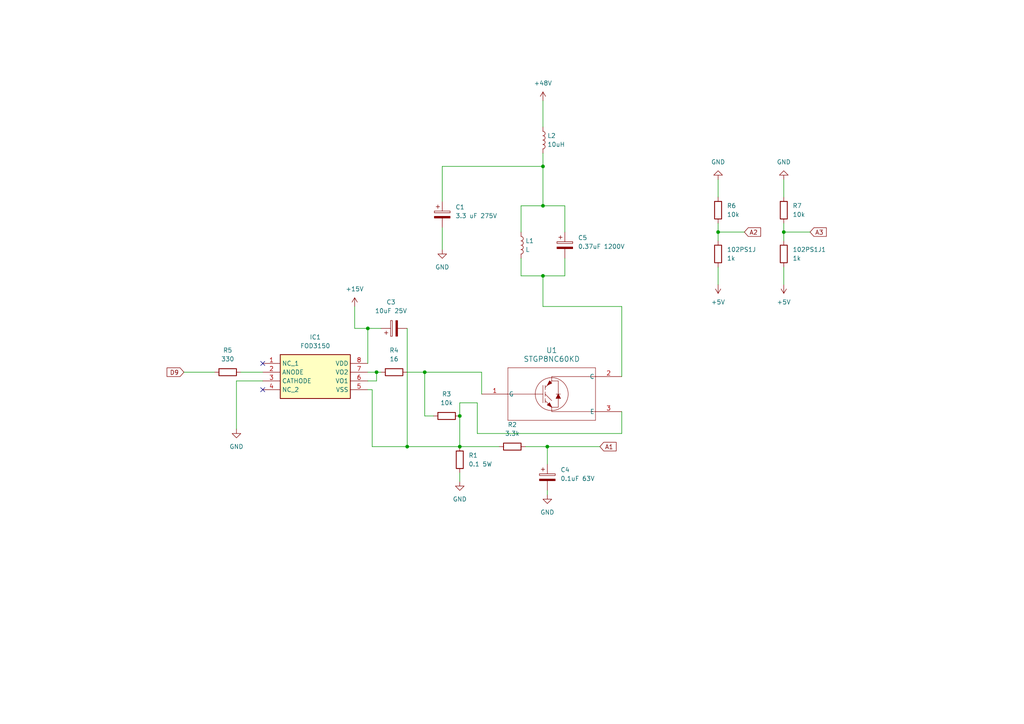
<source format=kicad_sch>
(kicad_sch (version 20230121) (generator eeschema)
  (paper "A4")
  (lib_symbols
    (symbol "Device:C_Polarized" (pin_numbers hide) (pin_names (offset 0.254))
      (property "Reference" "C" (at 0.635 2.54 0))
      (property "Value" "C_Polarized" (at 0.635 -2.54 0))
      (symbol "C_Polarized_0_1"
        (rectangle (start -2.286 0.508) (end 2.286 1.016))
        (polyline (pts (xy -1.778 2.286) (xy -0.762 2.286)))
        (polyline (pts (xy -1.27 2.794) (xy -1.27 1.778)))
        (rectangle (start 2.286 -0.508) (end -2.286 -1.016) (fill (type outline)))
      )
      (symbol "C_Polarized_1_1"
        (pin passive line (at 0 3.81 270) (length 2.794) (name "~") (number "1"))
        (pin passive line (at 0 -3.81 90) (length 2.794) (name "~") (number "2"))
      )
    )
    (symbol "Device:L" (pin_numbers hide) (pin_names (offset 1.016) hide)
      (property "Reference" "L" (at -1.27 0 90))
      (property "Value" "L" (at 1.905 0 90))
      (symbol "L_0_1"
        (arc (start 0 -2.54) (mid 0.6323 -1.905) (end 0 -1.27))
        (arc (start 0 -1.27) (mid 0.6323 -0.635) (end 0 0))
        (arc (start 0 0) (mid 0.6323 0.635) (end 0 1.27))
        (arc (start 0 1.27) (mid 0.6323 1.905) (end 0 2.54))
      )
      (symbol "L_1_1"
        (pin passive line (at 0 3.81 270) (length 1.27) (name "1") (number "1"))
        (pin passive line (at 0 -3.81 90) (length 1.27) (name "2") (number "2"))
      )
    )
    (symbol "Device:R" (pin_numbers hide) (pin_names (offset 0))
      (property "Reference" "R" (at 2.032 0 90))
      (property "Value" "R" (at 0 0 90))
      (symbol "R_0_1"
        (rectangle (start -1.016 -2.54) (end 1.016 2.54) (stroke (width 0.254)))
      )
      (symbol "R_1_1"
        (pin passive line (at 0 3.81 270) (length 1.27) (name "~") (number "1"))
        (pin passive line (at 0 -3.81 90) (length 1.27) (name "~") (number "2"))
      )
    )
    (symbol "FOD3150:FOD3150"
      (property "Reference" "IC" (at 26.67 7.62 0))
      (property "Value" "FOD3150" (at 26.67 5.08 0))
      (symbol "FOD3150_1_1"
        (rectangle (start 5.08 2.54) (end 25.4 -10.16) (stroke (width 0.254)) (fill (type background)))
        (pin passive line (at 0 0 0) (length 5.08) (name "NC_1") (number "1"))
        (pin passive line (at 0 -2.54 0) (length 5.08) (name "ANODE") (number "2"))
        (pin passive line (at 0 -5.08 0) (length 5.08) (name "CATHODE") (number "3"))
        (pin passive line (at 0 -7.62 0) (length 5.08) (name "NC_2") (number "4"))
        (pin passive line (at 30.48 -7.62 180) (length 5.08) (name "VSS") (number "5"))
        (pin passive line (at 30.48 -5.08 180) (length 5.08) (name "VO1") (number "6"))
        (pin passive line (at 30.48 -2.54 180) (length 5.08) (name "VO2") (number "7"))
        (pin passive line (at 30.48 0 180) (length 5.08) (name "VDD") (number "8"))
      )
    )
    (symbol "STGP8NC60KD:STGP8NC60KD" (pin_names (offset 0.254))
      (property "Reference" "U" (at 20.32 12.7 0))
      (property "Value" "STGP8NC60KD" (at 20.32 10.16 0))
      (symbol "STGP8NC60KD_0_1"
        (polyline (pts (xy 7.62 -7.62) (xy 33.02 -7.62)) (stroke (width 0.127)))
        (polyline (pts (xy 7.62 0) (xy 17.78 0)) (stroke (width 0.127)))
        (polyline (pts (xy 7.62 7.62) (xy 7.62 -7.62)) (stroke (width 0.127)))
        (polyline (pts (xy 17.78 2.54) (xy 17.78 -2.54)) (stroke (width 0.127)))
        (polyline (pts (xy 18.415 -1.905) (xy 20.32 -3.81)) (stroke (width 0.127)))
        (polyline (pts (xy 18.415 -1.27) (xy 18.415 -2.54)) (stroke (width 0.127)))
        (polyline (pts (xy 18.415 0) (xy 20.32 -1.905)) (stroke (width 0.127)))
        (polyline (pts (xy 18.415 0.635) (xy 18.415 -0.635)) (stroke (width 0.127)))
        (polyline (pts (xy 18.415 1.905) (xy 20.32 3.81)) (stroke (width 0.127)))
        (polyline (pts (xy 18.415 2.54) (xy 18.415 1.27)) (stroke (width 0.127)))
        (polyline (pts (xy 19.05 -3.175) (xy 20.32 -3.81)) (stroke (width 0.127)))
        (polyline (pts (xy 19.05 2.54) (xy 19.685 3.81)) (stroke (width 0.127)))
        (polyline (pts (xy 19.685 -2.54) (xy 19.05 -3.175)) (stroke (width 0.127)))
        (polyline (pts (xy 19.685 3.81) (xy 20.32 3.175)) (stroke (width 0.127)))
        (polyline (pts (xy 20.32 -5.08) (xy 33.02 -5.08)) (stroke (width 0.127)))
        (polyline (pts (xy 20.32 -3.81) (xy 19.685 -2.54)) (stroke (width 0.127)))
        (polyline (pts (xy 20.32 -3.81) (xy 20.32 -5.08)) (stroke (width 0.127)))
        (polyline (pts (xy 20.32 -3.81) (xy 22.225 -3.81)) (stroke (width 0.127)))
        (polyline (pts (xy 20.32 3.175) (xy 19.05 2.54)) (stroke (width 0.127)))
        (polyline (pts (xy 20.32 3.81) (xy 20.32 5.08)) (stroke (width 0.127)))
        (polyline (pts (xy 20.32 3.81) (xy 22.225 3.81)) (stroke (width 0.127)))
        (polyline (pts (xy 20.32 5.08) (xy 33.02 5.08)) (stroke (width 0.127)))
        (polyline (pts (xy 21.59 -1.27) (xy 22.225 0)) (stroke (width 0.127)))
        (polyline (pts (xy 21.59 -1.27) (xy 22.86 -1.27)) (stroke (width 0.127)))
        (polyline (pts (xy 21.59 0) (xy 22.86 0)) (stroke (width 0.127)))
        (polyline (pts (xy 22.225 0) (xy 22.86 -1.27)) (stroke (width 0.127)))
        (polyline (pts (xy 22.225 3.81) (xy 22.225 -3.81)) (stroke (width 0.127)))
        (polyline (pts (xy 33.02 -7.62) (xy 33.02 7.62)) (stroke (width 0.127)))
        (polyline (pts (xy 33.02 7.62) (xy 7.62 7.62)) (stroke (width 0.127)))
        (polyline (pts (xy 19.05 -3.175) (xy 19.685 -2.54) (xy 20.32 -3.81)) (fill (type outline)))
        (polyline (pts (xy 19.05 2.54) (xy 19.685 3.81) (xy 20.32 3.175)) (fill (type outline)))
        (polyline (pts (xy 21.59 -1.27) (xy 22.225 0) (xy 22.86 -1.27)) (fill (type outline)))
        (circle (center 20.32 0) (radius 4.7752) (stroke (width 0.127)))
        (pin unspecified line (at 0 0 0) (length 7.62) (name "G") (number "1"))
        (pin unspecified line (at 40.64 5.08 180) (length 7.62) (name "C") (number "2"))
        (pin unspecified line (at 40.64 -5.08 180) (length 7.62) (name "E") (number "3"))
      )
    )
    (symbol "power:+15V" (power) (pin_names (offset 0))
      (property "Value" "+15V" (at 0 3.556 0))
      (symbol "+15V_0_1"
        (polyline (pts (xy -0.762 1.27) (xy 0 2.54)))
        (polyline (pts (xy 0 0) (xy 0 2.54)))
        (polyline (pts (xy 0 2.54) (xy 0.762 1.27)))
      )
      (symbol "+15V_1_1"
        (pin power_in line (at 0 0 90) (length 0) hide (name "+15V") (number "1"))
      )
    )
    (symbol "power:+48V" (power) (pin_names (offset 0))
      (property "Value" "+48V" (at 0 3.556 0))
      (symbol "+48V_0_1"
        (polyline (pts (xy -0.762 1.27) (xy 0 2.54)))
        (polyline (pts (xy 0 0) (xy 0 2.54)))
        (polyline (pts (xy 0 2.54) (xy 0.762 1.27)))
      )
      (symbol "+48V_1_1"
        (pin power_in line (at 0 0 90) (length 0) hide (name "+48V") (number "1"))
      )
    )
    (symbol "power:+5V" (power) (pin_names (offset 0))
      (property "Value" "+5V" (at 0 3.556 0))
      (symbol "+5V_0_1"
        (polyline (pts (xy -0.762 1.27) (xy 0 2.54)))
        (polyline (pts (xy 0 0) (xy 0 2.54)))
        (polyline (pts (xy 0 2.54) (xy 0.762 1.27)))
      )
      (symbol "+5V_1_1"
        (pin power_in line (at 0 0 90) (length 0) hide (name "+5V") (number "1"))
      )
    )
    (symbol "power:GND" (power) (pin_names (offset 0))
      (property "Value" "GND" (at 0 -3.81 0))
      (symbol "GND_0_1"
        (polyline (pts (xy 0 0) (xy 0 -1.27) (xy 1.27 -1.27) (xy 0 -2.54) (xy -1.27 -1.27) (xy 0 -1.27)))
      )
      (symbol "GND_1_1"
        (pin power_in line (at 0 0 270) (length 0) hide (name "GND") (number "1"))
      )
    )
  )
  (junction (at 157.48 59.69))
  (junction (at 123.19 107.95))
  (junction (at 227.33 67.31))
  (junction (at 157.48 48.26))
  (junction (at 133.35 120.65))
  (junction (at 118.11 129.54))
  (junction (at 157.48 80.01))
  (junction (at 158.75 129.54))
  (junction (at 133.35 129.54))
  (junction (at 106.68 95.25))
  (junction (at 208.28 67.31))
  (junction (at 109.22 107.95))
  (no_connect (at 76.2 113.03))
  (no_connect (at 76.2 105.41))
  (wire (pts (xy 157.48 88.9) (xy 180.34 88.9)))
  (wire (pts (xy 118.11 107.95) (xy 123.19 107.95)))
  (wire (pts (xy 180.34 88.9) (xy 180.34 109.22)))
  (wire (pts (xy 151.13 80.01) (xy 157.48 80.01)))
  (wire (pts (xy 133.35 129.54) (xy 144.78 129.54)))
  (wire (pts (xy 133.35 120.65) (xy 133.35 129.54)))
  (wire (pts (xy 151.13 74.93) (xy 151.13 80.01)))
  (wire (pts (xy 180.34 125.73) (xy 138.43 125.73)))
  (wire (pts (xy 107.95 129.54) (xy 118.11 129.54)))
  (wire (pts (xy 157.48 48.26) (xy 157.48 59.69)))
  (wire (pts (xy 118.11 129.54) (xy 133.35 129.54)))
  (wire (pts (xy 157.48 48.26) (xy 128.27 48.26)))
  (wire (pts (xy 208.28 52.07) (xy 208.28 57.15)))
  (wire (pts (xy 69.85 107.95) (xy 76.2 107.95)))
  (wire (pts (xy 158.75 129.54) (xy 173.99 129.54)))
  (wire (pts (xy 180.34 119.38) (xy 180.34 125.73)))
  (wire (pts (xy 107.95 129.54) (xy 107.95 113.03)))
  (wire (pts (xy 158.75 129.54) (xy 158.75 134.62)))
  (wire (pts (xy 123.19 120.65) (xy 125.73 120.65)))
  (wire (pts (xy 208.28 67.31) (xy 215.9 67.31)))
  (wire (pts (xy 133.35 137.16) (xy 133.35 139.7)))
  (wire (pts (xy 157.48 44.45) (xy 157.48 48.26)))
  (wire (pts (xy 152.4 129.54) (xy 158.75 129.54)))
  (wire (pts (xy 68.58 110.49) (xy 68.58 124.46)))
  (wire (pts (xy 227.33 52.07) (xy 227.33 57.15)))
  (wire (pts (xy 227.33 77.47) (xy 227.33 82.55)))
  (wire (pts (xy 157.48 29.21) (xy 157.48 36.83)))
  (wire (pts (xy 151.13 67.31) (xy 151.13 59.69)))
  (wire (pts (xy 102.87 95.25) (xy 106.68 95.25)))
  (wire (pts (xy 157.48 80.01) (xy 163.83 80.01)))
  (wire (pts (xy 109.22 107.95) (xy 110.49 107.95)))
  (wire (pts (xy 53.34 107.95) (xy 62.23 107.95)))
  (wire (pts (xy 163.83 59.69) (xy 163.83 67.31)))
  (wire (pts (xy 102.87 88.9) (xy 102.87 95.25)))
  (wire (pts (xy 128.27 66.04) (xy 128.27 72.39)))
  (wire (pts (xy 157.48 80.01) (xy 157.48 88.9)))
  (wire (pts (xy 76.2 110.49) (xy 68.58 110.49)))
  (wire (pts (xy 138.43 125.73) (xy 138.43 116.84)))
  (wire (pts (xy 157.48 59.69) (xy 163.83 59.69)))
  (wire (pts (xy 138.43 116.84) (xy 133.35 116.84)))
  (wire (pts (xy 109.22 110.49) (xy 109.22 107.95)))
  (wire (pts (xy 123.19 107.95) (xy 139.7 107.95)))
  (wire (pts (xy 208.28 64.77) (xy 208.28 67.31)))
  (wire (pts (xy 227.33 67.31) (xy 227.33 69.85)))
  (wire (pts (xy 151.13 59.69) (xy 157.48 59.69)))
  (wire (pts (xy 227.33 64.77) (xy 227.33 67.31)))
  (wire (pts (xy 163.83 74.93) (xy 163.83 80.01)))
  (wire (pts (xy 107.95 113.03) (xy 106.68 113.03)))
  (wire (pts (xy 227.33 67.31) (xy 234.95 67.31)))
  (wire (pts (xy 106.68 110.49) (xy 109.22 110.49)))
  (wire (pts (xy 133.35 116.84) (xy 133.35 120.65)))
  (wire (pts (xy 123.19 107.95) (xy 123.19 120.65)))
  (wire (pts (xy 128.27 48.26) (xy 128.27 58.42)))
  (wire (pts (xy 208.28 77.47) (xy 208.28 82.55)))
  (wire (pts (xy 106.68 95.25) (xy 106.68 105.41)))
  (wire (pts (xy 208.28 67.31) (xy 208.28 69.85)))
  (wire (pts (xy 158.75 142.24) (xy 158.75 143.51)))
  (wire (pts (xy 118.11 95.25) (xy 118.11 129.54)))
  (wire (pts (xy 106.68 107.95) (xy 109.22 107.95)))
  (wire (pts (xy 139.7 107.95) (xy 139.7 114.3)))
  (wire (pts (xy 110.49 95.25) (xy 106.68 95.25)))
  (global_label "A3" (shape input) (at 234.95 67.31 0) (property "Intersheetrefs" "${INTERSHEET_REFS}" (effects hide)))
  (global_label "A1" (shape input) (at 173.99 129.54 0) (property "Intersheetrefs" "${INTERSHEET_REFS}" (effects hide)))
  (global_label "D9" (shape input) (at 53.34 107.95 180) (property "Intersheetrefs" "${INTERSHEET_REFS}" (effects hide)))
  (global_label "A2" (shape input) (at 215.9 67.31 0) (property "Intersheetrefs" "${INTERSHEET_REFS}" (effects hide)))
  (symbol (lib_id "power:GND") (at 208.28 52.07 180) (unit 1)
    (property "Reference" "#PWR07" (effects hide))
    (property "Value" "GND" (at 208.28 46.99 0))
  )
  (symbol (lib_id "power:+15V") (at 102.87 88.9 0) (unit 1)
    (property "Reference" "#PWR05" (effects hide))
    (property "Value" "+15V" (at 102.87 83.82 0))
    (instances (project "Induction Heating" (path "" (reference "#PWR05") (unit 1))) (project "Fufupot" (path "" (reference "#PWR02") (unit 1))))
  )
  (symbol (lib_id "power:+48V") (at 157.48 29.21 0) (unit 1)
    (property "Reference" "#PWR06" (effects hide))
    (property "Value" "+48V" (at 157.48 24.13 0))
    (instances (project "Induction Heating" (path "" (reference "#PWR06") (unit 1))) (project "Fufupot" (path "" (reference "#PWR05") (unit 1))))
  )
  (symbol (lib_id "Device:R") (at 66.04 107.95 90) (unit 1)
    (property "Reference" "R5" (at 66.04 101.6 90))
    (property "Value" "330" (at 66.04 104.14 90))
    (instances (project "Induction Heating" (path "" (reference "R5") (unit 1))) (project "Fufupot" (path "" (reference "R1") (unit 1))))
  )
  (symbol (lib_id "power:GND") (at 158.75 143.51 0) (unit 1)
    (property "Reference" "#PWR04" (effects hide))
    (property "Value" "GND" (at 158.75 148.59 0))
    (instances (project "Induction Heating" (path "" (reference "#PWR04") (unit 1))) (project "Fufupot" (path "" (reference "#PWR06") (unit 1))))
  )
  (symbol (lib_id "Device:C_Polarized") (at 163.83 71.12 0) (unit 1)
    (property "Reference" "C5" (at 167.64 68.961 0) (effects (justify left)))
    (property "Value" "0.37uF 1200V" (at 167.64 71.501 0) (effects (justify left)))
    (instances (project "Induction Heating" (path "" (reference "C5") (unit 1))) (project "Fufupot" (path "" (reference "C4") (unit 1))))
  )
  (symbol (lib_id "FOD3150:FOD3150") (at 76.2 105.41 0) (unit 1)
    (property "Reference" "IC1" (at 91.44 97.79 0))
    (property "Value" "FOD3150" (at 91.44 100.33 0))
    (property "Footprint" "DIP762W56P254L966H508Q8N" (effects hide))
    (property "Datasheet" "https://datasheet.datasheetarchive.com/originals/distributors/Datasheets_SAMA/df8c1664fa11840ec16e91484b8656a2.pdf" (effects hide))
    (property "Height" "5.08" (effects hide))
    (property "Manufacturer_Name" "onsemi" (effects hide))
    (property "Manufacturer_Part_Number" "FOD3150" (effects hide))
    (property "Mouser Part Number" "512-FOD3150" (effects hide))
    (property "Mouser Price/Stock" "https://www.mouser.co.uk/ProductDetail/ON-Semiconductor-Fairchild/FOD3150?qs=0mlrQ0IOoOjtySUxC2xtxw%3D%3D" (effects hide))
    (property "Arrow Part Number" "FOD3150" (effects hide))
    (property "Arrow Price/Stock" "https://www.arrow.com/en/products/fod3150/on-semiconductor?region=nac" (effects hide))
  )
  (symbol (lib_id "power:GND") (at 128.27 72.39 0) (unit 1)
    (property "Reference" "#PWR01" (effects hide))
    (property "Value" "GND" (at 128.27 77.47 0))
    (instances (project "Induction Heating" (path "" (reference "#PWR01") (unit 1))) (project "Fufupot" (path "" (reference "#PWR03") (unit 1))))
  )
  (symbol (lib_id "Device:C_Polarized") (at 128.27 62.23 0) (unit 1)
    (property "Reference" "C1" (at 132.08 60.071 0) (effects (justify left)))
    (property "Value" "3.3 uF 275V" (at 132.08 62.611 0) (effects (justify left)))
    (instances (project "Induction Heating" (path "" (reference "C1") (unit 1))) (project "Fufupot" (path "" (reference "C2") (unit 1))))
  )
  (symbol (lib_id "Device:R") (at 133.35 133.35 0) (unit 1)
    (property "Reference" "R1" (at 135.89 132.08 0) (effects (justify left)))
    (property "Value" "0.1 5W" (at 135.89 134.62 0) (effects (justify left)))
    (instances (project "Induction Heating" (path "" (reference "R1") (unit 1))) (project "Fufupot" (path "" (reference "R4") (unit 1))))
  )
  (symbol (lib_id "Device:R") (at 227.33 60.96 0) (unit 1)
    (property "Reference" "R7" (at 229.87 59.69 0) (effects (justify left)))
    (property "Value" "10k" (at 229.87 62.23 0) (effects (justify left)))
  )
  (symbol (lib_id "power:+5V") (at 227.33 82.55 180) (unit 1)
    (property "Reference" "#PWR010" (effects hide))
    (property "Value" "+5V" (at 227.33 87.63 0))
  )
  (symbol (lib_id "Device:R") (at 114.3 107.95 90) (unit 1)
    (property "Reference" "R4" (at 114.3 101.6 90))
    (property "Value" "16" (at 114.3 104.14 90))
    (instances (project "Induction Heating" (path "" (reference "R4") (unit 1))) (project "Fufupot" (path "" (reference "R2") (unit 1))))
  )
  (symbol (lib_id "Device:R") (at 148.59 129.54 90) (unit 1)
    (property "Reference" "R2" (at 148.59 123.19 90))
    (property "Value" "3.3k" (at 148.59 125.73 90))
    (instances (project "Induction Heating" (path "" (reference "R2") (unit 1))) (project "Fufupot" (path "" (reference "R5") (unit 1))))
  )
  (symbol (lib_id "Device:R") (at 208.28 60.96 0) (unit 1)
    (property "Reference" "R6" (at 210.82 59.69 0) (effects (justify left)))
    (property "Value" "10k" (at 210.82 62.23 0) (effects (justify left)))
  )
  (symbol (lib_id "Device:L") (at 157.48 40.64 0) (unit 1)
    (property "Reference" "L2" (at 158.75 39.37 0) (effects (justify left)))
    (property "Value" "10uH" (at 158.75 41.91 0) (effects (justify left)))
  )
  (symbol (lib_id "power:GND") (at 68.58 124.46 0) (unit 1)
    (property "Reference" "#PWR02" (effects hide))
    (property "Value" "GND" (at 68.58 129.54 0))
    (instances (project "Induction Heating" (path "" (reference "#PWR02") (unit 1))) (project "Fufupot" (path "" (reference "#PWR01") (unit 1))))
  )
  (symbol (lib_id "Device:C_Polarized") (at 158.75 138.43 0) (unit 1)
    (property "Reference" "C4" (at 162.56 136.271 0) (effects (justify left)))
    (property "Value" "0.1uF 63V" (at 162.56 138.811 0) (effects (justify left)))
    (instances (project "Induction Heating" (path "" (reference "C4") (unit 1))) (project "Fufupot" (path "" (reference "C3") (unit 1))))
  )
  (symbol (lib_id "power:+5V") (at 208.28 82.55 180) (unit 1)
    (property "Reference" "#PWR09" (effects hide))
    (property "Value" "+5V" (at 208.28 87.63 0))
  )
  (symbol (lib_id "power:GND") (at 133.35 139.7 0) (unit 1)
    (property "Reference" "#PWR03" (effects hide))
    (property "Value" "GND" (at 133.35 144.78 0))
    (instances (project "Induction Heating" (path "" (reference "#PWR03") (unit 1))) (project "Fufupot" (path "" (reference "#PWR04") (unit 1))))
  )
  (symbol (lib_id "Device:R") (at 129.54 120.65 90) (unit 1)
    (property "Reference" "R3" (at 129.54 114.3 90))
    (property "Value" "10k" (at 129.54 116.84 90))
  )
  (symbol (lib_id "Device:C_Polarized") (at 114.3 95.25 90) (unit 1)
    (property "Reference" "C3" (at 113.411 87.63 90))
    (property "Value" "10uF 25V" (at 113.411 90.17 90))
    (instances (project "Induction Heating" (path "" (reference "C3") (unit 1))) (project "Fufupot" (path "" (reference "C1") (unit 1))))
  )
  (symbol (lib_id "Device:L") (at 151.13 71.12 0) (unit 1)
    (property "Reference" "L1" (at 152.4 69.85 0) (effects (justify left)))
    (property "Value" "L" (at 152.4 72.39 0) (effects (justify left)))
  )
  (symbol (lib_id "STGP8NC60KD:STGP8NC60KD") (at 139.7 114.3 0) (unit 1)
    (property "Reference" "U1" (at 160.02 101.6 0) (effects (font (size 1.524 1.524))))
    (property "Value" "STGP8NC60KD" (at 160.02 104.14 0) (effects (font (size 1.524 1.524))))
    (property "Footprint" "TO-220FP_STM" (effects hide))
    (property "Datasheet" "STGP8NC60KD" (effects hide))
  )
  (symbol (lib_id "Device:R") (at 227.33 73.66 0) (unit 1)
    (property "Reference" "102PS1J1" (at 229.87 72.39 0) (effects (justify left)))
    (property "Value" "1k" (at 229.87 74.93 0) (effects (justify left)))
  )
  (symbol (lib_id "Device:R") (at 208.28 73.66 0) (unit 1)
    (property "Reference" "102PS1J" (at 210.82 72.39 0) (effects (justify left)))
    (property "Value" "1k" (at 210.82 74.93 0) (effects (justify left)))
  )
  (symbol (lib_id "power:GND") (at 227.33 52.07 180) (unit 1)
    (property "Reference" "#PWR08" (effects hide))
    (property "Value" "GND" (at 227.33 46.99 0))
  )
)
</source>
